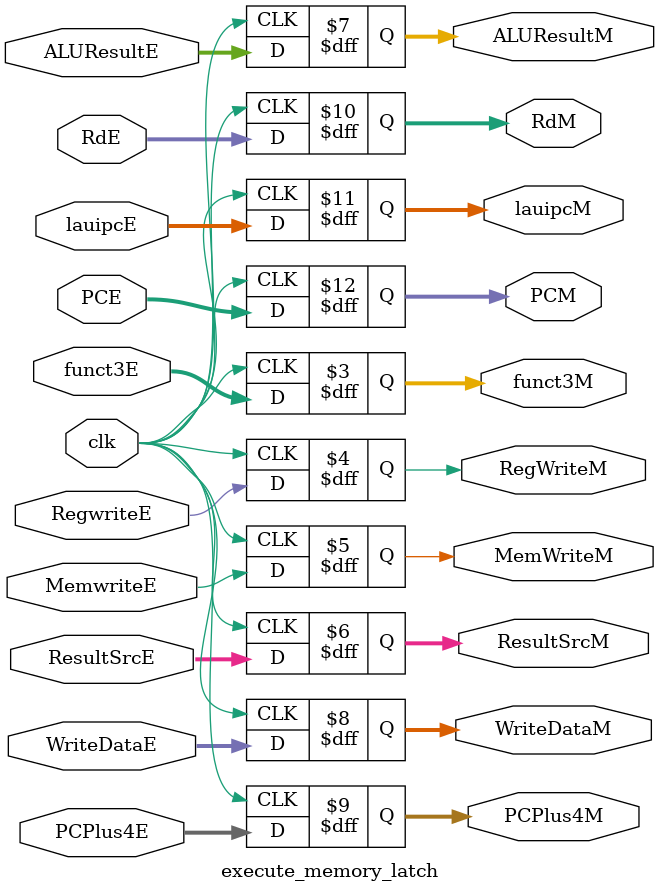
<source format=v>

module execute_memory_latch (
    input             clk,RegwriteE,MemwriteE,
    input      [1:0]  ResultSrcE,
	 input      [31:0] ALUResultE,WriteDataE,PCPlus4E,PCE,
	 input      [4:0]  RdE,
	 input		[2:0]  funct3E,
	 output reg [2:0]  funct3M,
    output reg RegWriteM,MemWriteM,
	 output reg [1:0] ResultSrcM,
	 output reg [31:0] ALUResultM,WriteDataM,PCPlus4M,
	 output reg [4:0]  RdM,
	 input [31:0] lauipcE ,
	 output reg [31:0] lauipcM,
	 output reg [31:0]PCM
);

initial begin
     RegWriteM <= 0;
	  MemWriteM <= 0;
	  ResultSrcM <= 0;
	  ALUResultM <= 0;
	  WriteDataM <= 0;
	  PCPlus4M <= 0;
	  RdM <= 0;
	  lauipcM<=0;
	  PCM <= 0;
	  funct3M <= 0;
end

always @(posedge clk) begin

	  RegWriteM <= RegwriteE;
	  MemWriteM <= MemwriteE;
	  ResultSrcM <= ResultSrcE;
	  ALUResultM <= ALUResultE;
	  WriteDataM <= WriteDataE;
	  PCPlus4M <= PCPlus4E;
	  RdM <= RdE;
     lauipcM<=lauipcE;
	  PCM <= PCE;
	  funct3M <= funct3E;			
end

endmodule
</source>
